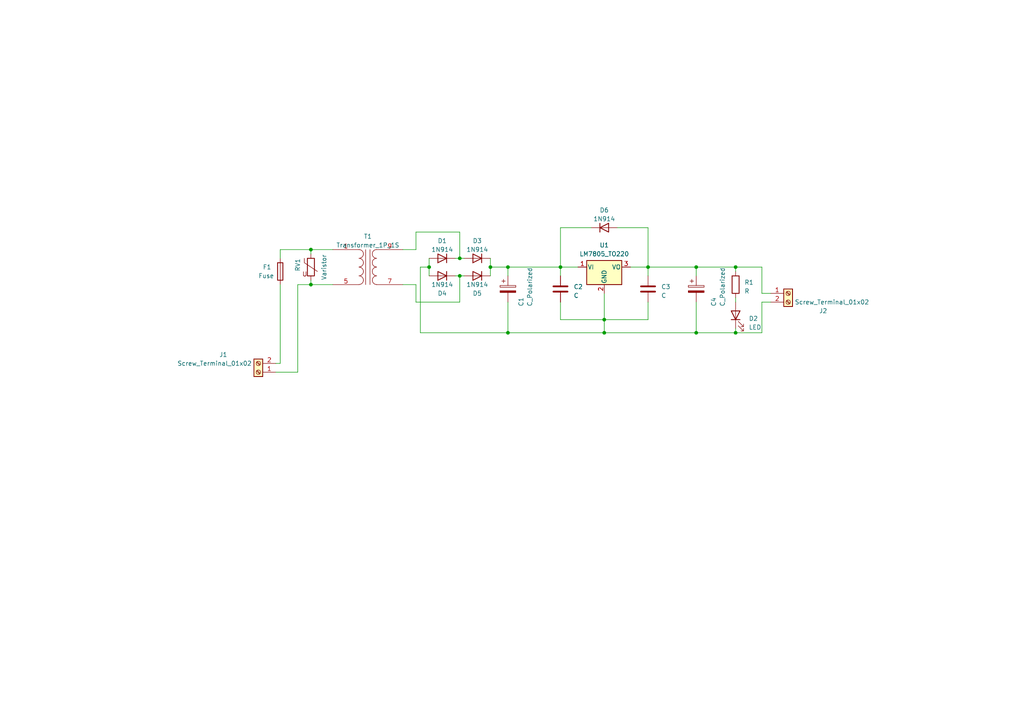
<source format=kicad_sch>
(kicad_sch (version 20230121) (generator eeschema)

  (uuid 599f1898-5e04-4682-b707-28c3185eab28)

  (paper "A4")

  (lib_symbols
    (symbol "Connector:Screw_Terminal_01x02" (pin_names (offset 1.016) hide) (in_bom yes) (on_board yes)
      (property "Reference" "J" (at 0 2.54 0)
        (effects (font (size 1.27 1.27)))
      )
      (property "Value" "Screw_Terminal_01x02" (at 0 -5.08 0)
        (effects (font (size 1.27 1.27)))
      )
      (property "Footprint" "" (at 0 0 0)
        (effects (font (size 1.27 1.27)) hide)
      )
      (property "Datasheet" "~" (at 0 0 0)
        (effects (font (size 1.27 1.27)) hide)
      )
      (property "ki_keywords" "screw terminal" (at 0 0 0)
        (effects (font (size 1.27 1.27)) hide)
      )
      (property "ki_description" "Generic screw terminal, single row, 01x02, script generated (kicad-library-utils/schlib/autogen/connector/)" (at 0 0 0)
        (effects (font (size 1.27 1.27)) hide)
      )
      (property "ki_fp_filters" "TerminalBlock*:*" (at 0 0 0)
        (effects (font (size 1.27 1.27)) hide)
      )
      (symbol "Screw_Terminal_01x02_1_1"
        (rectangle (start -1.27 1.27) (end 1.27 -3.81)
          (stroke (width 0.254) (type default))
          (fill (type background))
        )
        (circle (center 0 -2.54) (radius 0.635)
          (stroke (width 0.1524) (type default))
          (fill (type none))
        )
        (polyline
          (pts
            (xy -0.5334 -2.2098)
            (xy 0.3302 -3.048)
          )
          (stroke (width 0.1524) (type default))
          (fill (type none))
        )
        (polyline
          (pts
            (xy -0.5334 0.3302)
            (xy 0.3302 -0.508)
          )
          (stroke (width 0.1524) (type default))
          (fill (type none))
        )
        (polyline
          (pts
            (xy -0.3556 -2.032)
            (xy 0.508 -2.8702)
          )
          (stroke (width 0.1524) (type default))
          (fill (type none))
        )
        (polyline
          (pts
            (xy -0.3556 0.508)
            (xy 0.508 -0.3302)
          )
          (stroke (width 0.1524) (type default))
          (fill (type none))
        )
        (circle (center 0 0) (radius 0.635)
          (stroke (width 0.1524) (type default))
          (fill (type none))
        )
        (pin passive line (at -5.08 0 0) (length 3.81)
          (name "Pin_1" (effects (font (size 1.27 1.27))))
          (number "1" (effects (font (size 1.27 1.27))))
        )
        (pin passive line (at -5.08 -2.54 0) (length 3.81)
          (name "Pin_2" (effects (font (size 1.27 1.27))))
          (number "2" (effects (font (size 1.27 1.27))))
        )
      )
    )
    (symbol "Device:C" (pin_numbers hide) (pin_names (offset 0.254)) (in_bom yes) (on_board yes)
      (property "Reference" "C" (at 0.635 2.54 0)
        (effects (font (size 1.27 1.27)) (justify left))
      )
      (property "Value" "C" (at 0.635 -2.54 0)
        (effects (font (size 1.27 1.27)) (justify left))
      )
      (property "Footprint" "" (at 0.9652 -3.81 0)
        (effects (font (size 1.27 1.27)) hide)
      )
      (property "Datasheet" "~" (at 0 0 0)
        (effects (font (size 1.27 1.27)) hide)
      )
      (property "ki_keywords" "cap capacitor" (at 0 0 0)
        (effects (font (size 1.27 1.27)) hide)
      )
      (property "ki_description" "Unpolarized capacitor" (at 0 0 0)
        (effects (font (size 1.27 1.27)) hide)
      )
      (property "ki_fp_filters" "C_*" (at 0 0 0)
        (effects (font (size 1.27 1.27)) hide)
      )
      (symbol "C_0_1"
        (polyline
          (pts
            (xy -2.032 -0.762)
            (xy 2.032 -0.762)
          )
          (stroke (width 0.508) (type default))
          (fill (type none))
        )
        (polyline
          (pts
            (xy -2.032 0.762)
            (xy 2.032 0.762)
          )
          (stroke (width 0.508) (type default))
          (fill (type none))
        )
      )
      (symbol "C_1_1"
        (pin passive line (at 0 3.81 270) (length 2.794)
          (name "~" (effects (font (size 1.27 1.27))))
          (number "1" (effects (font (size 1.27 1.27))))
        )
        (pin passive line (at 0 -3.81 90) (length 2.794)
          (name "~" (effects (font (size 1.27 1.27))))
          (number "2" (effects (font (size 1.27 1.27))))
        )
      )
    )
    (symbol "Device:C_Polarized" (pin_numbers hide) (pin_names (offset 0.254)) (in_bom yes) (on_board yes)
      (property "Reference" "C" (at 0.635 2.54 0)
        (effects (font (size 1.27 1.27)) (justify left))
      )
      (property "Value" "C_Polarized" (at 0.635 -2.54 0)
        (effects (font (size 1.27 1.27)) (justify left))
      )
      (property "Footprint" "" (at 0.9652 -3.81 0)
        (effects (font (size 1.27 1.27)) hide)
      )
      (property "Datasheet" "~" (at 0 0 0)
        (effects (font (size 1.27 1.27)) hide)
      )
      (property "ki_keywords" "cap capacitor" (at 0 0 0)
        (effects (font (size 1.27 1.27)) hide)
      )
      (property "ki_description" "Polarized capacitor" (at 0 0 0)
        (effects (font (size 1.27 1.27)) hide)
      )
      (property "ki_fp_filters" "CP_*" (at 0 0 0)
        (effects (font (size 1.27 1.27)) hide)
      )
      (symbol "C_Polarized_0_1"
        (rectangle (start -2.286 0.508) (end 2.286 1.016)
          (stroke (width 0) (type default))
          (fill (type none))
        )
        (polyline
          (pts
            (xy -1.778 2.286)
            (xy -0.762 2.286)
          )
          (stroke (width 0) (type default))
          (fill (type none))
        )
        (polyline
          (pts
            (xy -1.27 2.794)
            (xy -1.27 1.778)
          )
          (stroke (width 0) (type default))
          (fill (type none))
        )
        (rectangle (start 2.286 -0.508) (end -2.286 -1.016)
          (stroke (width 0) (type default))
          (fill (type outline))
        )
      )
      (symbol "C_Polarized_1_1"
        (pin passive line (at 0 3.81 270) (length 2.794)
          (name "~" (effects (font (size 1.27 1.27))))
          (number "1" (effects (font (size 1.27 1.27))))
        )
        (pin passive line (at 0 -3.81 90) (length 2.794)
          (name "~" (effects (font (size 1.27 1.27))))
          (number "2" (effects (font (size 1.27 1.27))))
        )
      )
    )
    (symbol "Device:Fuse" (pin_numbers hide) (pin_names (offset 0)) (in_bom yes) (on_board yes)
      (property "Reference" "F" (at 2.032 0 90)
        (effects (font (size 1.27 1.27)))
      )
      (property "Value" "Fuse" (at -1.905 0 90)
        (effects (font (size 1.27 1.27)))
      )
      (property "Footprint" "" (at -1.778 0 90)
        (effects (font (size 1.27 1.27)) hide)
      )
      (property "Datasheet" "~" (at 0 0 0)
        (effects (font (size 1.27 1.27)) hide)
      )
      (property "ki_keywords" "fuse" (at 0 0 0)
        (effects (font (size 1.27 1.27)) hide)
      )
      (property "ki_description" "Fuse" (at 0 0 0)
        (effects (font (size 1.27 1.27)) hide)
      )
      (property "ki_fp_filters" "*Fuse*" (at 0 0 0)
        (effects (font (size 1.27 1.27)) hide)
      )
      (symbol "Fuse_0_1"
        (rectangle (start -0.762 -2.54) (end 0.762 2.54)
          (stroke (width 0.254) (type default))
          (fill (type none))
        )
        (polyline
          (pts
            (xy 0 2.54)
            (xy 0 -2.54)
          )
          (stroke (width 0) (type default))
          (fill (type none))
        )
      )
      (symbol "Fuse_1_1"
        (pin passive line (at 0 3.81 270) (length 1.27)
          (name "~" (effects (font (size 1.27 1.27))))
          (number "1" (effects (font (size 1.27 1.27))))
        )
        (pin passive line (at 0 -3.81 90) (length 1.27)
          (name "~" (effects (font (size 1.27 1.27))))
          (number "2" (effects (font (size 1.27 1.27))))
        )
      )
    )
    (symbol "Device:LED" (pin_numbers hide) (pin_names (offset 1.016) hide) (in_bom yes) (on_board yes)
      (property "Reference" "D" (at 0 2.54 0)
        (effects (font (size 1.27 1.27)))
      )
      (property "Value" "LED" (at 0 -2.54 0)
        (effects (font (size 1.27 1.27)))
      )
      (property "Footprint" "" (at 0 0 0)
        (effects (font (size 1.27 1.27)) hide)
      )
      (property "Datasheet" "~" (at 0 0 0)
        (effects (font (size 1.27 1.27)) hide)
      )
      (property "ki_keywords" "LED diode" (at 0 0 0)
        (effects (font (size 1.27 1.27)) hide)
      )
      (property "ki_description" "Light emitting diode" (at 0 0 0)
        (effects (font (size 1.27 1.27)) hide)
      )
      (property "ki_fp_filters" "LED* LED_SMD:* LED_THT:*" (at 0 0 0)
        (effects (font (size 1.27 1.27)) hide)
      )
      (symbol "LED_0_1"
        (polyline
          (pts
            (xy -1.27 -1.27)
            (xy -1.27 1.27)
          )
          (stroke (width 0.254) (type default))
          (fill (type none))
        )
        (polyline
          (pts
            (xy -1.27 0)
            (xy 1.27 0)
          )
          (stroke (width 0) (type default))
          (fill (type none))
        )
        (polyline
          (pts
            (xy 1.27 -1.27)
            (xy 1.27 1.27)
            (xy -1.27 0)
            (xy 1.27 -1.27)
          )
          (stroke (width 0.254) (type default))
          (fill (type none))
        )
        (polyline
          (pts
            (xy -3.048 -0.762)
            (xy -4.572 -2.286)
            (xy -3.81 -2.286)
            (xy -4.572 -2.286)
            (xy -4.572 -1.524)
          )
          (stroke (width 0) (type default))
          (fill (type none))
        )
        (polyline
          (pts
            (xy -1.778 -0.762)
            (xy -3.302 -2.286)
            (xy -2.54 -2.286)
            (xy -3.302 -2.286)
            (xy -3.302 -1.524)
          )
          (stroke (width 0) (type default))
          (fill (type none))
        )
      )
      (symbol "LED_1_1"
        (pin passive line (at -3.81 0 0) (length 2.54)
          (name "K" (effects (font (size 1.27 1.27))))
          (number "1" (effects (font (size 1.27 1.27))))
        )
        (pin passive line (at 3.81 0 180) (length 2.54)
          (name "A" (effects (font (size 1.27 1.27))))
          (number "2" (effects (font (size 1.27 1.27))))
        )
      )
    )
    (symbol "Device:R" (pin_numbers hide) (pin_names (offset 0)) (in_bom yes) (on_board yes)
      (property "Reference" "R" (at 2.032 0 90)
        (effects (font (size 1.27 1.27)))
      )
      (property "Value" "R" (at 0 0 90)
        (effects (font (size 1.27 1.27)))
      )
      (property "Footprint" "" (at -1.778 0 90)
        (effects (font (size 1.27 1.27)) hide)
      )
      (property "Datasheet" "~" (at 0 0 0)
        (effects (font (size 1.27 1.27)) hide)
      )
      (property "ki_keywords" "R res resistor" (at 0 0 0)
        (effects (font (size 1.27 1.27)) hide)
      )
      (property "ki_description" "Resistor" (at 0 0 0)
        (effects (font (size 1.27 1.27)) hide)
      )
      (property "ki_fp_filters" "R_*" (at 0 0 0)
        (effects (font (size 1.27 1.27)) hide)
      )
      (symbol "R_0_1"
        (rectangle (start -1.016 -2.54) (end 1.016 2.54)
          (stroke (width 0.254) (type default))
          (fill (type none))
        )
      )
      (symbol "R_1_1"
        (pin passive line (at 0 3.81 270) (length 1.27)
          (name "~" (effects (font (size 1.27 1.27))))
          (number "1" (effects (font (size 1.27 1.27))))
        )
        (pin passive line (at 0 -3.81 90) (length 1.27)
          (name "~" (effects (font (size 1.27 1.27))))
          (number "2" (effects (font (size 1.27 1.27))))
        )
      )
    )
    (symbol "Device:Transformer_1P_1S" (pin_names (offset 1.016) hide) (in_bom yes) (on_board yes)
      (property "Reference" "T1" (at 0.0127 8.89 0)
        (effects (font (size 1.27 1.27)))
      )
      (property "Value" "Transformer_1P_1S" (at 0.0127 6.35 0)
        (effects (font (size 1.27 1.27)))
      )
      (property "Footprint" "Transformer_THT:Transformer_Breve_TEZ-28x33" (at 0 0 0)
        (effects (font (size 1.27 1.27)) hide)
      )
      (property "Datasheet" "~" (at 0 0 0)
        (effects (font (size 1.27 1.27)) hide)
      )
      (property "ki_keywords" "transformer coil magnet" (at 0 0 0)
        (effects (font (size 1.27 1.27)) hide)
      )
      (property "ki_description" "Transformer, single primary, single secondary" (at 0 0 0)
        (effects (font (size 1.27 1.27)) hide)
      )
      (symbol "Transformer_1P_1S_0_1"
        (arc (start -2.54 -5.0546) (mid -1.6599 -4.6901) (end -1.27 -3.81)
          (stroke (width 0) (type default))
          (fill (type none))
        )
        (arc (start -2.54 -2.5146) (mid -1.6599 -2.1501) (end -1.27 -1.27)
          (stroke (width 0) (type default))
          (fill (type none))
        )
        (arc (start -2.54 0.0254) (mid -1.6599 0.3899) (end -1.27 1.27)
          (stroke (width 0) (type default))
          (fill (type none))
        )
        (arc (start -2.54 2.5654) (mid -1.6599 2.9299) (end -1.27 3.81)
          (stroke (width 0) (type default))
          (fill (type none))
        )
        (arc (start -1.27 -3.81) (mid -1.642 -2.912) (end -2.54 -2.54)
          (stroke (width 0) (type default))
          (fill (type none))
        )
        (arc (start -1.27 -1.27) (mid -1.642 -0.372) (end -2.54 0)
          (stroke (width 0) (type default))
          (fill (type none))
        )
        (arc (start -1.27 1.27) (mid -1.642 2.168) (end -2.54 2.54)
          (stroke (width 0) (type default))
          (fill (type none))
        )
        (arc (start -1.27 3.81) (mid -1.642 4.708) (end -2.54 5.08)
          (stroke (width 0) (type default))
          (fill (type none))
        )
        (polyline
          (pts
            (xy -0.635 5.08)
            (xy -0.635 -5.08)
          )
          (stroke (width 0) (type default))
          (fill (type none))
        )
        (polyline
          (pts
            (xy 0.635 -5.08)
            (xy 0.635 5.08)
          )
          (stroke (width 0) (type default))
          (fill (type none))
        )
        (arc (start 1.2954 -1.27) (mid 1.6599 -2.1501) (end 2.54 -2.5146)
          (stroke (width 0) (type default))
          (fill (type none))
        )
        (arc (start 1.2954 1.27) (mid 1.6599 0.3899) (end 2.54 0.0254)
          (stroke (width 0) (type default))
          (fill (type none))
        )
        (arc (start 1.2954 3.81) (mid 1.6599 2.9299) (end 2.54 2.5654)
          (stroke (width 0) (type default))
          (fill (type none))
        )
        (arc (start 1.3208 -3.81) (mid 1.6853 -4.6901) (end 2.5654 -5.0546)
          (stroke (width 0) (type default))
          (fill (type none))
        )
        (arc (start 2.54 0) (mid 1.642 -0.372) (end 1.2954 -1.27)
          (stroke (width 0) (type default))
          (fill (type none))
        )
        (arc (start 2.54 2.54) (mid 1.642 2.168) (end 1.2954 1.27)
          (stroke (width 0) (type default))
          (fill (type none))
        )
        (arc (start 2.54 5.08) (mid 1.642 4.708) (end 1.2954 3.81)
          (stroke (width 0) (type default))
          (fill (type none))
        )
        (arc (start 2.5654 -2.54) (mid 1.6674 -2.912) (end 1.3208 -3.81)
          (stroke (width 0) (type default))
          (fill (type none))
        )
      )
      (symbol "Transformer_1P_1S_1_1"
        (pin passive line (at -10.16 5.08 0) (length 7.62)
          (name "AA" (effects (font (size 1.27 1.27))))
          (number "1" (effects (font (size 1.27 1.27))))
        )
        (pin passive line (at -10.16 -5.08 0) (length 7.62)
          (name "AB" (effects (font (size 1.27 1.27))))
          (number "5" (effects (font (size 1.27 1.27))))
        )
        (pin passive line (at 10.16 -5.08 180) (length 7.62)
          (name "SA" (effects (font (size 1.27 1.27))))
          (number "7" (effects (font (size 1.27 1.27))))
        )
        (pin passive line (at 10.16 5.08 180) (length 7.62)
          (name "SB" (effects (font (size 1.27 1.27))))
          (number "9" (effects (font (size 1.27 1.27))))
        )
      )
    )
    (symbol "Device:Varistor" (pin_numbers hide) (pin_names (offset 0)) (in_bom yes) (on_board yes)
      (property "Reference" "RV" (at 3.175 0 90)
        (effects (font (size 1.27 1.27)))
      )
      (property "Value" "Varistor" (at -3.175 0 90)
        (effects (font (size 1.27 1.27)))
      )
      (property "Footprint" "" (at -1.778 0 90)
        (effects (font (size 1.27 1.27)) hide)
      )
      (property "Datasheet" "~" (at 0 0 0)
        (effects (font (size 1.27 1.27)) hide)
      )
      (property "Sim.Name" "kicad_builtin_varistor" (at 0 0 0)
        (effects (font (size 1.27 1.27)) hide)
      )
      (property "Sim.Device" "SUBCKT" (at 0 0 0)
        (effects (font (size 1.27 1.27)) hide)
      )
      (property "Sim.Pins" "1=A 2=B" (at 0 0 0)
        (effects (font (size 1.27 1.27)) hide)
      )
      (property "Sim.Params" "threshold=1k" (at 0 0 0)
        (effects (font (size 1.27 1.27)) hide)
      )
      (property "Sim.Library" "${KICAD7_SYMBOL_DIR}/Simulation_SPICE.sp" (at 0 0 0)
        (effects (font (size 1.27 1.27)) hide)
      )
      (property "ki_keywords" "VDR resistance" (at 0 0 0)
        (effects (font (size 1.27 1.27)) hide)
      )
      (property "ki_description" "Voltage dependent resistor" (at 0 0 0)
        (effects (font (size 1.27 1.27)) hide)
      )
      (property "ki_fp_filters" "RV_* Varistor*" (at 0 0 0)
        (effects (font (size 1.27 1.27)) hide)
      )
      (symbol "Varistor_0_0"
        (text "U" (at -1.778 -2.032 0)
          (effects (font (size 1.27 1.27)))
        )
      )
      (symbol "Varistor_0_1"
        (rectangle (start -1.016 -2.54) (end 1.016 2.54)
          (stroke (width 0.254) (type default))
          (fill (type none))
        )
        (polyline
          (pts
            (xy -1.905 2.54)
            (xy -1.905 1.27)
            (xy 1.905 -1.27)
          )
          (stroke (width 0) (type default))
          (fill (type none))
        )
      )
      (symbol "Varistor_1_1"
        (pin passive line (at 0 3.81 270) (length 1.27)
          (name "~" (effects (font (size 1.27 1.27))))
          (number "1" (effects (font (size 1.27 1.27))))
        )
        (pin passive line (at 0 -3.81 90) (length 1.27)
          (name "~" (effects (font (size 1.27 1.27))))
          (number "2" (effects (font (size 1.27 1.27))))
        )
      )
    )
    (symbol "Diode:1N914" (pin_numbers hide) (pin_names hide) (in_bom yes) (on_board yes)
      (property "Reference" "D" (at 0 2.54 0)
        (effects (font (size 1.27 1.27)))
      )
      (property "Value" "1N914" (at 0 -2.54 0)
        (effects (font (size 1.27 1.27)))
      )
      (property "Footprint" "Diode_THT:D_DO-35_SOD27_P7.62mm_Horizontal" (at 0 -4.445 0)
        (effects (font (size 1.27 1.27)) hide)
      )
      (property "Datasheet" "http://www.vishay.com/docs/85622/1n914.pdf" (at 0 0 0)
        (effects (font (size 1.27 1.27)) hide)
      )
      (property "Sim.Device" "D" (at 0 0 0)
        (effects (font (size 1.27 1.27)) hide)
      )
      (property "Sim.Pins" "1=K 2=A" (at 0 0 0)
        (effects (font (size 1.27 1.27)) hide)
      )
      (property "ki_keywords" "diode" (at 0 0 0)
        (effects (font (size 1.27 1.27)) hide)
      )
      (property "ki_description" "100V 0.3A Small Signal Fast Switching Diode, DO-35" (at 0 0 0)
        (effects (font (size 1.27 1.27)) hide)
      )
      (property "ki_fp_filters" "D*DO?35*" (at 0 0 0)
        (effects (font (size 1.27 1.27)) hide)
      )
      (symbol "1N914_0_1"
        (polyline
          (pts
            (xy -1.27 1.27)
            (xy -1.27 -1.27)
          )
          (stroke (width 0.254) (type default))
          (fill (type none))
        )
        (polyline
          (pts
            (xy 1.27 0)
            (xy -1.27 0)
          )
          (stroke (width 0) (type default))
          (fill (type none))
        )
        (polyline
          (pts
            (xy 1.27 1.27)
            (xy 1.27 -1.27)
            (xy -1.27 0)
            (xy 1.27 1.27)
          )
          (stroke (width 0.254) (type default))
          (fill (type none))
        )
      )
      (symbol "1N914_1_1"
        (pin passive line (at -3.81 0 0) (length 2.54)
          (name "K" (effects (font (size 1.27 1.27))))
          (number "1" (effects (font (size 1.27 1.27))))
        )
        (pin passive line (at 3.81 0 180) (length 2.54)
          (name "A" (effects (font (size 1.27 1.27))))
          (number "2" (effects (font (size 1.27 1.27))))
        )
      )
    )
    (symbol "Regulator_Linear:LM7805_TO220" (pin_names (offset 0.254)) (in_bom yes) (on_board yes)
      (property "Reference" "U" (at -3.81 3.175 0)
        (effects (font (size 1.27 1.27)))
      )
      (property "Value" "LM7805_TO220" (at 0 3.175 0)
        (effects (font (size 1.27 1.27)) (justify left))
      )
      (property "Footprint" "Package_TO_SOT_THT:TO-220-3_Vertical" (at 0 5.715 0)
        (effects (font (size 1.27 1.27) italic) hide)
      )
      (property "Datasheet" "https://www.onsemi.cn/PowerSolutions/document/MC7800-D.PDF" (at 0 -1.27 0)
        (effects (font (size 1.27 1.27)) hide)
      )
      (property "ki_keywords" "Voltage Regulator 1A Positive" (at 0 0 0)
        (effects (font (size 1.27 1.27)) hide)
      )
      (property "ki_description" "Positive 1A 35V Linear Regulator, Fixed Output 5V, TO-220" (at 0 0 0)
        (effects (font (size 1.27 1.27)) hide)
      )
      (property "ki_fp_filters" "TO?220*" (at 0 0 0)
        (effects (font (size 1.27 1.27)) hide)
      )
      (symbol "LM7805_TO220_0_1"
        (rectangle (start -5.08 1.905) (end 5.08 -5.08)
          (stroke (width 0.254) (type default))
          (fill (type background))
        )
      )
      (symbol "LM7805_TO220_1_1"
        (pin power_in line (at -7.62 0 0) (length 2.54)
          (name "VI" (effects (font (size 1.27 1.27))))
          (number "1" (effects (font (size 1.27 1.27))))
        )
        (pin power_in line (at 0 -7.62 90) (length 2.54)
          (name "GND" (effects (font (size 1.27 1.27))))
          (number "2" (effects (font (size 1.27 1.27))))
        )
        (pin power_out line (at 7.62 0 180) (length 2.54)
          (name "VO" (effects (font (size 1.27 1.27))))
          (number "3" (effects (font (size 1.27 1.27))))
        )
      )
    )
  )

  (junction (at 162.56 77.47) (diameter 0) (color 0 0 0 0)
    (uuid 00664459-65b1-457b-978d-504cfd2d7691)
  )
  (junction (at 201.93 77.47) (diameter 0) (color 0 0 0 0)
    (uuid 09147b50-4a5c-4207-9751-0b163f617ff9)
  )
  (junction (at 201.93 96.52) (diameter 0) (color 0 0 0 0)
    (uuid 1460d9bc-22e1-4945-a778-f98185951188)
  )
  (junction (at 147.32 77.47) (diameter 0) (color 0 0 0 0)
    (uuid 31238060-db88-46d5-9a18-62bcbf4a0263)
  )
  (junction (at 147.32 96.52) (diameter 0) (color 0 0 0 0)
    (uuid 40b0a5a8-7008-46f1-8ddb-111c1dfdcee4)
  )
  (junction (at 213.36 77.47) (diameter 0) (color 0 0 0 0)
    (uuid 44c8541d-bf28-4b34-8063-c2c3230902dc)
  )
  (junction (at 90.17 72.39) (diameter 0) (color 0 0 0 0)
    (uuid 6ec5e375-4ac3-4710-8a4b-8810651e63c9)
  )
  (junction (at 187.96 77.47) (diameter 0) (color 0 0 0 0)
    (uuid 9c78cc13-95da-4889-a72e-c3d752315aec)
  )
  (junction (at 133.35 80.01) (diameter 0) (color 0 0 0 0)
    (uuid 9d6a3ac9-023b-4123-8586-10a7623eceeb)
  )
  (junction (at 124.46 77.47) (diameter 0) (color 0 0 0 0)
    (uuid b45de097-54ca-41c0-98b6-801e11dcd1d6)
  )
  (junction (at 142.24 77.47) (diameter 0) (color 0 0 0 0)
    (uuid c2bb27bd-2ec0-43ea-9667-42d093945c9f)
  )
  (junction (at 90.17 82.55) (diameter 0) (color 0 0 0 0)
    (uuid c3ffb8a8-7d02-457a-8f89-03a95ef89f14)
  )
  (junction (at 213.36 96.52) (diameter 0) (color 0 0 0 0)
    (uuid c4b6f8c6-082d-42fe-8881-15bce4868358)
  )
  (junction (at 175.26 92.71) (diameter 0) (color 0 0 0 0)
    (uuid db5a860d-75da-4944-878a-4caaf5ff5eb7)
  )
  (junction (at 133.35 74.93) (diameter 0) (color 0 0 0 0)
    (uuid e96a3ad1-b0b2-43d6-9155-e4c7e769c366)
  )
  (junction (at 175.26 96.52) (diameter 0) (color 0 0 0 0)
    (uuid ef9613ac-6848-4aee-852b-0982f8bcb2c9)
  )

  (wire (pts (xy 80.01 107.95) (xy 86.36 107.95))
    (stroke (width 0) (type default))
    (uuid 03c20444-f0f9-4b5f-a11d-210d8ea7b4b1)
  )
  (wire (pts (xy 133.35 87.63) (xy 133.35 80.01))
    (stroke (width 0) (type default))
    (uuid 09afa8fc-6154-4144-906f-3127fa882918)
  )
  (wire (pts (xy 121.92 96.52) (xy 121.92 77.47))
    (stroke (width 0) (type default))
    (uuid 0f4cd3e3-bf46-446a-92bc-5e6eea8cfcaa)
  )
  (wire (pts (xy 162.56 87.63) (xy 162.56 92.71))
    (stroke (width 0) (type default))
    (uuid 0fc0f758-e343-43bf-865a-a310bbf72021)
  )
  (wire (pts (xy 124.46 74.93) (xy 124.46 77.47))
    (stroke (width 0) (type default))
    (uuid 10727d7d-e0c0-4614-a2bd-76a148a1aba7)
  )
  (wire (pts (xy 86.36 82.55) (xy 90.17 82.55))
    (stroke (width 0) (type default))
    (uuid 124185aa-d694-440d-96d2-f3257e7f31e8)
  )
  (wire (pts (xy 162.56 92.71) (xy 175.26 92.71))
    (stroke (width 0) (type default))
    (uuid 146a7aac-9ef0-418b-8031-6e628c0bd0ce)
  )
  (wire (pts (xy 120.65 72.39) (xy 120.65 67.31))
    (stroke (width 0) (type default))
    (uuid 14a53234-06c4-4807-8251-983d2596862c)
  )
  (wire (pts (xy 142.24 74.93) (xy 142.24 77.47))
    (stroke (width 0) (type default))
    (uuid 1f200f1d-b3aa-4eaa-812e-4da646c68693)
  )
  (wire (pts (xy 175.26 96.52) (xy 201.93 96.52))
    (stroke (width 0) (type default))
    (uuid 297b0892-85db-4b0d-af5f-131863542f39)
  )
  (wire (pts (xy 80.01 105.41) (xy 81.28 105.41))
    (stroke (width 0) (type default))
    (uuid 2a21c851-dab8-44ce-8301-4f456354589d)
  )
  (wire (pts (xy 116.84 72.39) (xy 120.65 72.39))
    (stroke (width 0) (type default))
    (uuid 2d9ed03c-725a-4714-ab9e-6eac5afdcbf2)
  )
  (wire (pts (xy 90.17 82.55) (xy 96.52 82.55))
    (stroke (width 0) (type default))
    (uuid 303a94e3-4a63-4574-b082-9923232c8fe3)
  )
  (wire (pts (xy 142.24 77.47) (xy 142.24 80.01))
    (stroke (width 0) (type default))
    (uuid 32a571aa-835b-4344-babb-d16b24d3316b)
  )
  (wire (pts (xy 187.96 77.47) (xy 187.96 66.04))
    (stroke (width 0) (type default))
    (uuid 35b1a738-cfd0-4772-b6f1-9ba6a6bc7aeb)
  )
  (wire (pts (xy 220.98 96.52) (xy 220.98 87.63))
    (stroke (width 0) (type default))
    (uuid 45230dfa-94b5-4144-979c-6a0b9bde6b11)
  )
  (wire (pts (xy 162.56 77.47) (xy 167.64 77.47))
    (stroke (width 0) (type default))
    (uuid 49070f40-6a57-4fb2-b5cf-e8f4ff20bfaf)
  )
  (wire (pts (xy 220.98 85.09) (xy 223.52 85.09))
    (stroke (width 0) (type default))
    (uuid 4f529ba2-7aec-4243-8973-9b2e51da636a)
  )
  (wire (pts (xy 187.96 92.71) (xy 175.26 92.71))
    (stroke (width 0) (type default))
    (uuid 5080550e-82f3-4b14-8fbe-267c2a4105f8)
  )
  (wire (pts (xy 201.93 77.47) (xy 201.93 80.01))
    (stroke (width 0) (type default))
    (uuid 520fa0b0-406a-4055-aa26-e4a084fa7ec0)
  )
  (wire (pts (xy 147.32 96.52) (xy 175.26 96.52))
    (stroke (width 0) (type default))
    (uuid 539c15a9-5d08-48c3-ad79-3c4289c1b459)
  )
  (wire (pts (xy 121.92 96.52) (xy 147.32 96.52))
    (stroke (width 0) (type default))
    (uuid 5835cff1-2bfb-407a-9384-d17fa06ade94)
  )
  (wire (pts (xy 175.26 92.71) (xy 175.26 96.52))
    (stroke (width 0) (type default))
    (uuid 5aff1ed6-0e2d-43e3-b0d6-43543a35cf3e)
  )
  (wire (pts (xy 133.35 74.93) (xy 132.08 74.93))
    (stroke (width 0) (type default))
    (uuid 5c2df5ab-1dc6-4c31-9228-fd3976b92407)
  )
  (wire (pts (xy 162.56 77.47) (xy 162.56 66.04))
    (stroke (width 0) (type default))
    (uuid 5c4c5073-6fca-4e18-b698-e53dfbf42ad8)
  )
  (wire (pts (xy 133.35 80.01) (xy 132.08 80.01))
    (stroke (width 0) (type default))
    (uuid 5f2808d9-d352-4f62-8e80-1c1def7ee94e)
  )
  (wire (pts (xy 120.65 82.55) (xy 120.65 87.63))
    (stroke (width 0) (type default))
    (uuid 61af0660-1dbe-4703-8afa-eb421317da5c)
  )
  (wire (pts (xy 90.17 72.39) (xy 90.17 73.66))
    (stroke (width 0) (type default))
    (uuid 65cb32cf-18e2-4e8e-ab24-163562a26e8c)
  )
  (wire (pts (xy 90.17 72.39) (xy 96.52 72.39))
    (stroke (width 0) (type default))
    (uuid 6786b548-99c7-409d-8ca4-35ec2e5bd998)
  )
  (wire (pts (xy 142.24 77.47) (xy 147.32 77.47))
    (stroke (width 0) (type default))
    (uuid 6c864bca-0277-404b-9266-513b29416c98)
  )
  (wire (pts (xy 213.36 77.47) (xy 213.36 78.74))
    (stroke (width 0) (type default))
    (uuid 72f0b365-5b7a-44dc-8b3c-4ea87a693a43)
  )
  (wire (pts (xy 133.35 80.01) (xy 134.62 80.01))
    (stroke (width 0) (type default))
    (uuid 7df52c12-575d-4540-9dce-bae701ffb4e7)
  )
  (wire (pts (xy 175.26 85.09) (xy 175.26 92.71))
    (stroke (width 0) (type default))
    (uuid 86731818-e92d-4ff4-abf2-d2768d15fe75)
  )
  (wire (pts (xy 133.35 74.93) (xy 134.62 74.93))
    (stroke (width 0) (type default))
    (uuid 893a47f1-ee2c-42f8-b45c-70cdb8f4c406)
  )
  (wire (pts (xy 162.56 66.04) (xy 171.45 66.04))
    (stroke (width 0) (type default))
    (uuid 8bf39590-f24f-41b2-a794-57a879297bda)
  )
  (wire (pts (xy 213.36 77.47) (xy 220.98 77.47))
    (stroke (width 0) (type default))
    (uuid 92999931-7c00-4e35-ac4a-e60b1e62b5cd)
  )
  (wire (pts (xy 81.28 72.39) (xy 90.17 72.39))
    (stroke (width 0) (type default))
    (uuid 96200633-663e-4334-9cf2-2b083a772e4c)
  )
  (wire (pts (xy 220.98 87.63) (xy 223.52 87.63))
    (stroke (width 0) (type default))
    (uuid 97af1f6a-b5c2-4e77-93bb-7bab88e27cfb)
  )
  (wire (pts (xy 182.88 77.47) (xy 187.96 77.47))
    (stroke (width 0) (type default))
    (uuid 97d5e701-3566-48e0-ab3f-170ad6209565)
  )
  (wire (pts (xy 187.96 87.63) (xy 187.96 92.71))
    (stroke (width 0) (type default))
    (uuid 9ee7d48c-e820-4c62-be13-a946646e900a)
  )
  (wire (pts (xy 213.36 96.52) (xy 220.98 96.52))
    (stroke (width 0) (type default))
    (uuid a8845a17-a3ad-4904-a215-df1c350f681e)
  )
  (wire (pts (xy 179.07 66.04) (xy 187.96 66.04))
    (stroke (width 0) (type default))
    (uuid b03742e5-10df-420f-8c10-2453c05fd9c3)
  )
  (wire (pts (xy 201.93 87.63) (xy 201.93 96.52))
    (stroke (width 0) (type default))
    (uuid bc49bfa5-c036-4e9c-82c4-665c1b3ba996)
  )
  (wire (pts (xy 81.28 74.93) (xy 81.28 72.39))
    (stroke (width 0) (type default))
    (uuid bddf8f42-f3dd-426e-be2f-64c762408127)
  )
  (wire (pts (xy 120.65 87.63) (xy 133.35 87.63))
    (stroke (width 0) (type default))
    (uuid be9016a4-40fa-40bd-86da-7b575b55f633)
  )
  (wire (pts (xy 187.96 77.47) (xy 201.93 77.47))
    (stroke (width 0) (type default))
    (uuid c7f2bd10-eee6-4340-bde9-53a30468462f)
  )
  (wire (pts (xy 133.35 67.31) (xy 133.35 74.93))
    (stroke (width 0) (type default))
    (uuid c9bd2f45-8853-4bbd-be68-013dbbaaf181)
  )
  (wire (pts (xy 213.36 87.63) (xy 213.36 86.36))
    (stroke (width 0) (type default))
    (uuid cb83c885-3691-4854-b94a-a464c78ddcab)
  )
  (wire (pts (xy 147.32 77.47) (xy 147.32 80.01))
    (stroke (width 0) (type default))
    (uuid cd9c004d-6452-4820-b154-72841432cf09)
  )
  (wire (pts (xy 162.56 77.47) (xy 162.56 80.01))
    (stroke (width 0) (type default))
    (uuid d10d2a4a-4ce8-49c6-b97f-f63d8a964bcf)
  )
  (wire (pts (xy 121.92 77.47) (xy 124.46 77.47))
    (stroke (width 0) (type default))
    (uuid d8cbb8b1-ad18-4b10-a19a-768604e303a4)
  )
  (wire (pts (xy 120.65 67.31) (xy 133.35 67.31))
    (stroke (width 0) (type default))
    (uuid d9d3acae-6ea3-47a0-8fd3-c93788c230e5)
  )
  (wire (pts (xy 124.46 77.47) (xy 124.46 80.01))
    (stroke (width 0) (type default))
    (uuid de1ebfac-73f2-4de5-98db-522a8283482d)
  )
  (wire (pts (xy 86.36 82.55) (xy 86.36 107.95))
    (stroke (width 0) (type default))
    (uuid e10fe9a5-3439-423c-98b3-97db278df17a)
  )
  (wire (pts (xy 201.93 96.52) (xy 213.36 96.52))
    (stroke (width 0) (type default))
    (uuid e4c7c489-75a7-4f09-b92c-7359e3490afc)
  )
  (wire (pts (xy 81.28 82.55) (xy 81.28 105.41))
    (stroke (width 0) (type default))
    (uuid e82ca2ed-acba-4cc9-a5c8-4c90668034f1)
  )
  (wire (pts (xy 201.93 77.47) (xy 213.36 77.47))
    (stroke (width 0) (type default))
    (uuid e97d68e3-fc3c-408f-857f-fafa2e770181)
  )
  (wire (pts (xy 147.32 87.63) (xy 147.32 96.52))
    (stroke (width 0) (type default))
    (uuid e9933762-1c3b-478d-bedb-10878c1fa683)
  )
  (wire (pts (xy 90.17 81.28) (xy 90.17 82.55))
    (stroke (width 0) (type default))
    (uuid e9d929bb-6413-4631-9a81-fa17512b3f3b)
  )
  (wire (pts (xy 116.84 82.55) (xy 120.65 82.55))
    (stroke (width 0) (type default))
    (uuid eac436c8-21ad-45b6-aa88-53ac1e9dd68d)
  )
  (wire (pts (xy 213.36 96.52) (xy 213.36 95.25))
    (stroke (width 0) (type default))
    (uuid eb2f6e63-b244-4829-bb90-92f5d143e487)
  )
  (wire (pts (xy 220.98 77.47) (xy 220.98 85.09))
    (stroke (width 0) (type default))
    (uuid fa19edc9-4f0a-4b5b-aaa2-789ade0b2777)
  )
  (wire (pts (xy 187.96 77.47) (xy 187.96 80.01))
    (stroke (width 0) (type default))
    (uuid fb8012e9-a5ea-40db-8c4d-451a1cd8463c)
  )
  (wire (pts (xy 147.32 77.47) (xy 162.56 77.47))
    (stroke (width 0) (type default))
    (uuid ff63ad3c-5cd0-4a2d-ab79-f5ded0dcf614)
  )

  (symbol (lib_id "Device:Fuse") (at 81.28 78.74 0) (unit 1)
    (in_bom yes) (on_board yes) (dnp no)
    (uuid 01012837-a3b6-4e22-9bb6-b5088b3156b9)
    (property "Reference" "F1" (at 76.2 77.47 0)
      (effects (font (size 1.27 1.27)) (justify left))
    )
    (property "Value" "Fuse" (at 74.93 80.01 0)
      (effects (font (size 1.27 1.27)) (justify left))
    )
    (property "Footprint" "Fuse:Fuse_0603_1608Metric" (at 79.502 78.74 90)
      (effects (font (size 1.27 1.27)) hide)
    )
    (property "Datasheet" "~" (at 81.28 78.74 0)
      (effects (font (size 1.27 1.27)) hide)
    )
    (pin "1" (uuid 15ffbca5-256d-4e3d-b303-d00fb545465f))
    (pin "2" (uuid 740c8149-fa57-4042-8bcf-ebf15c6f1471))
    (instances
      (project "test"
        (path "/599f1898-5e04-4682-b707-28c3185eab28"
          (reference "F1") (unit 1)
        )
      )
    )
  )

  (symbol (lib_id "Device:C_Polarized") (at 147.32 83.82 0) (unit 1)
    (in_bom yes) (on_board yes) (dnp no)
    (uuid 464b2042-4d59-4b1f-a102-8cf01df12bfa)
    (property "Reference" "C1" (at 151.13 88.9 90)
      (effects (font (size 1.27 1.27)) (justify left))
    )
    (property "Value" "C_Polarized" (at 153.67 88.9 90)
      (effects (font (size 1.27 1.27)) (justify left))
    )
    (property "Footprint" "Capacitor_THT:CP_Axial_L11.0mm_D8.0mm_P15.00mm_Horizontal" (at 148.2852 87.63 0)
      (effects (font (size 1.27 1.27)) hide)
    )
    (property "Datasheet" "~" (at 147.32 83.82 0)
      (effects (font (size 1.27 1.27)) hide)
    )
    (pin "1" (uuid 327daa3b-b003-404a-a99b-2bcf33b2d6ac))
    (pin "2" (uuid 69e7dd65-fa4a-493f-a13e-98b87dde2780))
    (instances
      (project "test"
        (path "/599f1898-5e04-4682-b707-28c3185eab28"
          (reference "C1") (unit 1)
        )
      )
    )
  )

  (symbol (lib_id "Connector:Screw_Terminal_01x02") (at 74.93 107.95 180) (unit 1)
    (in_bom yes) (on_board yes) (dnp no)
    (uuid 6aef9691-e6de-4110-891c-02d8996af89b)
    (property "Reference" "J1" (at 64.77 102.87 0)
      (effects (font (size 1.27 1.27)))
    )
    (property "Value" "Screw_Terminal_01x02" (at 62.23 105.41 0)
      (effects (font (size 1.27 1.27)))
    )
    (property "Footprint" "TerminalBlock:TerminalBlock_bornier-2_P5.08mm" (at 74.93 107.95 0)
      (effects (font (size 1.27 1.27)) hide)
    )
    (property "Datasheet" "~" (at 74.93 107.95 0)
      (effects (font (size 1.27 1.27)) hide)
    )
    (pin "1" (uuid 751c6771-ff0f-4bfa-8174-77f12a95beb9))
    (pin "2" (uuid d7b32dae-1924-48e3-8541-f7447ff8f452))
    (instances
      (project "test"
        (path "/599f1898-5e04-4682-b707-28c3185eab28"
          (reference "J1") (unit 1)
        )
      )
    )
  )

  (symbol (lib_id "Device:R") (at 213.36 82.55 0) (unit 1)
    (in_bom yes) (on_board yes) (dnp no) (fields_autoplaced)
    (uuid 71ac0747-5c2a-4e8d-af9b-a4ebeb1dbd53)
    (property "Reference" "R1" (at 215.9 81.915 0)
      (effects (font (size 1.27 1.27)) (justify left))
    )
    (property "Value" "R" (at 215.9 84.455 0)
      (effects (font (size 1.27 1.27)) (justify left))
    )
    (property "Footprint" "Resistor_THT:R_Axial_DIN0204_L3.6mm_D1.6mm_P1.90mm_Vertical" (at 211.582 82.55 90)
      (effects (font (size 1.27 1.27)) hide)
    )
    (property "Datasheet" "~" (at 213.36 82.55 0)
      (effects (font (size 1.27 1.27)) hide)
    )
    (pin "1" (uuid 00cd360f-172b-4a2c-8fd7-431d8a0634fc))
    (pin "2" (uuid af98365e-a149-46dc-87c8-e325dd5589cb))
    (instances
      (project "test"
        (path "/599f1898-5e04-4682-b707-28c3185eab28"
          (reference "R1") (unit 1)
        )
      )
    )
  )

  (symbol (lib_id "Device:C") (at 187.96 83.82 0) (unit 1)
    (in_bom yes) (on_board yes) (dnp no) (fields_autoplaced)
    (uuid 72997e45-115d-4dc9-94bd-672878c09ce2)
    (property "Reference" "C3" (at 191.77 83.185 0)
      (effects (font (size 1.27 1.27)) (justify left))
    )
    (property "Value" "C" (at 191.77 85.725 0)
      (effects (font (size 1.27 1.27)) (justify left))
    )
    (property "Footprint" "Capacitor_THT:C_Disc_D7.5mm_W2.5mm_P5.00mm" (at 188.9252 87.63 0)
      (effects (font (size 1.27 1.27)) hide)
    )
    (property "Datasheet" "~" (at 187.96 83.82 0)
      (effects (font (size 1.27 1.27)) hide)
    )
    (pin "1" (uuid 18f40ea3-34d8-4ab0-89ab-477e9db1a885))
    (pin "2" (uuid b1cf7490-7695-4191-acc2-ee6bcd682094))
    (instances
      (project "test"
        (path "/599f1898-5e04-4682-b707-28c3185eab28"
          (reference "C3") (unit 1)
        )
      )
    )
  )

  (symbol (lib_id "Device:Transformer_1P_1S") (at 106.68 77.47 0) (unit 1)
    (in_bom yes) (on_board yes) (dnp no) (fields_autoplaced)
    (uuid 79eafbd3-7a11-491f-8fc0-070c03778a75)
    (property "Reference" "T1" (at 106.6927 68.58 0)
      (effects (font (size 1.27 1.27)))
    )
    (property "Value" "Transformer_1P_1S" (at 106.6927 71.12 0)
      (effects (font (size 1.27 1.27)))
    )
    (property "Footprint" "Transformer_THT:Transformer_Breve_TEZ-28x33" (at 106.68 77.47 0)
      (effects (font (size 1.27 1.27)) hide)
    )
    (property "Datasheet" "~" (at 106.68 77.47 0)
      (effects (font (size 1.27 1.27)) hide)
    )
    (pin "1" (uuid 4b7f0d51-e363-44fb-a02a-f56e68aff8b7))
    (pin "5" (uuid effed503-cefe-4ca3-8436-da372f173a6f))
    (pin "7" (uuid dbcef3c9-5aa0-4256-bed1-af3c9c978857))
    (pin "9" (uuid 802e747a-7224-4248-aef5-21c5190348aa))
    (instances
      (project "test"
        (path "/599f1898-5e04-4682-b707-28c3185eab28"
          (reference "T1") (unit 1)
        )
      )
    )
  )

  (symbol (lib_id "Device:C") (at 162.56 83.82 0) (unit 1)
    (in_bom yes) (on_board yes) (dnp no) (fields_autoplaced)
    (uuid 90bec6af-a08e-4e2a-bd06-a280812312d5)
    (property "Reference" "C2" (at 166.37 83.185 0)
      (effects (font (size 1.27 1.27)) (justify left))
    )
    (property "Value" "C" (at 166.37 85.725 0)
      (effects (font (size 1.27 1.27)) (justify left))
    )
    (property "Footprint" "Capacitor_THT:C_Disc_D7.5mm_W5.0mm_P5.00mm" (at 163.5252 87.63 0)
      (effects (font (size 1.27 1.27)) hide)
    )
    (property "Datasheet" "~" (at 162.56 83.82 0)
      (effects (font (size 1.27 1.27)) hide)
    )
    (pin "1" (uuid dff7688c-cfd2-4559-98a9-1673e7e08cdb))
    (pin "2" (uuid 8476e1d6-ba7b-4043-8e2e-8d11caaf2958))
    (instances
      (project "test"
        (path "/599f1898-5e04-4682-b707-28c3185eab28"
          (reference "C2") (unit 1)
        )
      )
    )
  )

  (symbol (lib_id "Diode:1N914") (at 128.27 74.93 180) (unit 1)
    (in_bom yes) (on_board yes) (dnp no) (fields_autoplaced)
    (uuid ad31bbf4-e6d2-4777-86cc-decb576e6c95)
    (property "Reference" "D1" (at 128.27 69.85 0)
      (effects (font (size 1.27 1.27)))
    )
    (property "Value" "1N914" (at 128.27 72.39 0)
      (effects (font (size 1.27 1.27)))
    )
    (property "Footprint" "Diode_THT:D_DO-41_SOD81_P7.62mm_Horizontal" (at 128.27 70.485 0)
      (effects (font (size 1.27 1.27)) hide)
    )
    (property "Datasheet" "http://www.vishay.com/docs/85622/1n914.pdf" (at 128.27 74.93 0)
      (effects (font (size 1.27 1.27)) hide)
    )
    (property "Sim.Device" "D" (at 128.27 74.93 0)
      (effects (font (size 1.27 1.27)) hide)
    )
    (property "Sim.Pins" "1=K 2=A" (at 128.27 74.93 0)
      (effects (font (size 1.27 1.27)) hide)
    )
    (pin "1" (uuid 7dd870f3-db75-4af2-9495-fd778c0577d9))
    (pin "2" (uuid 064a09e2-d923-4377-bf0d-2250344c6a46))
    (instances
      (project "test"
        (path "/599f1898-5e04-4682-b707-28c3185eab28"
          (reference "D1") (unit 1)
        )
      )
    )
  )

  (symbol (lib_id "Regulator_Linear:LM7805_TO220") (at 175.26 77.47 0) (unit 1)
    (in_bom yes) (on_board yes) (dnp no) (fields_autoplaced)
    (uuid b24834ad-a4b8-4fab-b5b4-6f45caa237de)
    (property "Reference" "U1" (at 175.26 71.12 0)
      (effects (font (size 1.27 1.27)))
    )
    (property "Value" "LM7805_TO220" (at 175.26 73.66 0)
      (effects (font (size 1.27 1.27)))
    )
    (property "Footprint" "Package_TO_SOT_THT:TO-220-3_Vertical" (at 175.26 71.755 0)
      (effects (font (size 1.27 1.27) italic) hide)
    )
    (property "Datasheet" "https://www.onsemi.cn/PowerSolutions/document/MC7800-D.PDF" (at 175.26 78.74 0)
      (effects (font (size 1.27 1.27)) hide)
    )
    (pin "1" (uuid d980f7c5-dfb5-4a92-9e4d-830c8d9f8b54))
    (pin "2" (uuid ed7cd9ee-3de2-4ba6-aeb8-2d89812ad67a))
    (pin "3" (uuid 6ca85136-391e-4287-b3f5-74a87988e8fd))
    (instances
      (project "test"
        (path "/599f1898-5e04-4682-b707-28c3185eab28"
          (reference "U1") (unit 1)
        )
      )
    )
  )

  (symbol (lib_id "Device:C_Polarized") (at 201.93 83.82 0) (unit 1)
    (in_bom yes) (on_board yes) (dnp no)
    (uuid b3e325fb-9738-4e42-80ae-5b6330743dc4)
    (property "Reference" "C4" (at 207.01 88.9 90)
      (effects (font (size 1.27 1.27)) (justify left))
    )
    (property "Value" "C_Polarized" (at 209.55 88.9 90)
      (effects (font (size 1.27 1.27)) (justify left))
    )
    (property "Footprint" "Capacitor_THT:CP_Axial_L11.0mm_D5.0mm_P18.00mm_Horizontal" (at 202.8952 87.63 0)
      (effects (font (size 1.27 1.27)) hide)
    )
    (property "Datasheet" "~" (at 201.93 83.82 0)
      (effects (font (size 1.27 1.27)) hide)
    )
    (pin "1" (uuid 353d7b0d-806c-44ee-bd5a-c97667d81af4))
    (pin "2" (uuid 574d41b1-445a-4c09-a742-f08f8ea28988))
    (instances
      (project "test"
        (path "/599f1898-5e04-4682-b707-28c3185eab28"
          (reference "C4") (unit 1)
        )
      )
    )
  )

  (symbol (lib_id "Diode:1N914") (at 138.43 74.93 180) (unit 1)
    (in_bom yes) (on_board yes) (dnp no) (fields_autoplaced)
    (uuid b895c0f9-70ae-4702-bcde-b8ad3fd806b3)
    (property "Reference" "D3" (at 138.43 69.85 0)
      (effects (font (size 1.27 1.27)))
    )
    (property "Value" "1N914" (at 138.43 72.39 0)
      (effects (font (size 1.27 1.27)))
    )
    (property "Footprint" "Diode_THT:D_DO-41_SOD81_P7.62mm_Horizontal" (at 138.43 70.485 0)
      (effects (font (size 1.27 1.27)) hide)
    )
    (property "Datasheet" "http://www.vishay.com/docs/85622/1n914.pdf" (at 138.43 74.93 0)
      (effects (font (size 1.27 1.27)) hide)
    )
    (property "Sim.Device" "D" (at 138.43 74.93 0)
      (effects (font (size 1.27 1.27)) hide)
    )
    (property "Sim.Pins" "1=K 2=A" (at 138.43 74.93 0)
      (effects (font (size 1.27 1.27)) hide)
    )
    (pin "1" (uuid 54ec7a03-bd63-45fc-b096-8a0955fa7e85))
    (pin "2" (uuid 2702ac0f-4126-43b4-ad69-335086e5b8b4))
    (instances
      (project "test"
        (path "/599f1898-5e04-4682-b707-28c3185eab28"
          (reference "D3") (unit 1)
        )
      )
    )
  )

  (symbol (lib_id "Diode:1N914") (at 128.27 80.01 180) (unit 1)
    (in_bom yes) (on_board yes) (dnp no)
    (uuid b9a5cb7d-850f-4537-b67f-0b0b100aa38a)
    (property "Reference" "D4" (at 128.27 85.09 0)
      (effects (font (size 1.27 1.27)))
    )
    (property "Value" "1N914" (at 128.27 82.55 0)
      (effects (font (size 1.27 1.27)))
    )
    (property "Footprint" "Diode_THT:D_DO-41_SOD81_P7.62mm_Horizontal" (at 128.27 75.565 0)
      (effects (font (size 1.27 1.27)) hide)
    )
    (property "Datasheet" "http://www.vishay.com/docs/85622/1n914.pdf" (at 128.27 80.01 0)
      (effects (font (size 1.27 1.27)) hide)
    )
    (property "Sim.Device" "D" (at 128.27 80.01 0)
      (effects (font (size 1.27 1.27)) hide)
    )
    (property "Sim.Pins" "1=K 2=A" (at 128.27 80.01 0)
      (effects (font (size 1.27 1.27)) hide)
    )
    (pin "1" (uuid 0e358eef-849d-4aca-a72c-359362ba40c2))
    (pin "2" (uuid 29cac333-1f70-4da1-a29d-7621a7e93417))
    (instances
      (project "test"
        (path "/599f1898-5e04-4682-b707-28c3185eab28"
          (reference "D4") (unit 1)
        )
      )
    )
  )

  (symbol (lib_id "Device:LED") (at 213.36 91.44 90) (unit 1)
    (in_bom yes) (on_board yes) (dnp no) (fields_autoplaced)
    (uuid bbb9e075-04dd-4ca3-84c8-a334bbd3c793)
    (property "Reference" "D2" (at 217.17 92.3925 90)
      (effects (font (size 1.27 1.27)) (justify right))
    )
    (property "Value" "LED" (at 217.17 94.9325 90)
      (effects (font (size 1.27 1.27)) (justify right))
    )
    (property "Footprint" "LED_THT:LED_D1.8mm_W1.8mm_H2.4mm_Horizontal_O1.27mm_Z1.6mm" (at 213.36 91.44 0) (do_not_autoplace)
      (effects (font (size 1.27 1.27)) hide)
    )
    (property "Datasheet" "~" (at 213.36 91.44 0)
      (effects (font (size 1.27 1.27)) hide)
    )
    (pin "1" (uuid 5e4d8ec9-469a-43c1-8cdb-f30678f525a0))
    (pin "2" (uuid 58981cf5-4fa5-425a-a146-f6372db524a9))
    (instances
      (project "test"
        (path "/599f1898-5e04-4682-b707-28c3185eab28"
          (reference "D2") (unit 1)
        )
      )
    )
  )

  (symbol (lib_id "Diode:1N914") (at 175.26 66.04 0) (unit 1)
    (in_bom yes) (on_board yes) (dnp no) (fields_autoplaced)
    (uuid d01b0fe2-50a1-4326-83e8-0868b68ac97a)
    (property "Reference" "D6" (at 175.26 60.96 0)
      (effects (font (size 1.27 1.27)))
    )
    (property "Value" "1N914" (at 175.26 63.5 0)
      (effects (font (size 1.27 1.27)))
    )
    (property "Footprint" "Diode_THT:D_DO-34_SOD68_P7.62mm_Horizontal" (at 175.26 70.485 0)
      (effects (font (size 1.27 1.27)) hide)
    )
    (property "Datasheet" "http://www.vishay.com/docs/85622/1n914.pdf" (at 175.26 66.04 0)
      (effects (font (size 1.27 1.27)) hide)
    )
    (property "Sim.Device" "D" (at 175.26 66.04 0)
      (effects (font (size 1.27 1.27)) hide)
    )
    (property "Sim.Pins" "1=K 2=A" (at 175.26 66.04 0)
      (effects (font (size 1.27 1.27)) hide)
    )
    (pin "1" (uuid b3be4d15-0227-4aac-b57c-dc89d0616b49))
    (pin "2" (uuid 0ab6b261-41dc-466b-a339-6a153125aee5))
    (instances
      (project "test"
        (path "/599f1898-5e04-4682-b707-28c3185eab28"
          (reference "D6") (unit 1)
        )
      )
    )
  )

  (symbol (lib_id "Diode:1N914") (at 138.43 80.01 180) (unit 1)
    (in_bom yes) (on_board yes) (dnp no)
    (uuid dc253425-2c4e-48e6-bcb4-a33fe346caa1)
    (property "Reference" "D5" (at 138.43 85.09 0)
      (effects (font (size 1.27 1.27)))
    )
    (property "Value" "1N914" (at 138.43 82.55 0)
      (effects (font (size 1.27 1.27)))
    )
    (property "Footprint" "Diode_THT:D_DO-41_SOD81_P7.62mm_Horizontal" (at 138.43 75.565 0)
      (effects (font (size 1.27 1.27)) hide)
    )
    (property "Datasheet" "http://www.vishay.com/docs/85622/1n914.pdf" (at 138.43 80.01 0)
      (effects (font (size 1.27 1.27)) hide)
    )
    (property "Sim.Device" "D" (at 138.43 80.01 0)
      (effects (font (size 1.27 1.27)) hide)
    )
    (property "Sim.Pins" "1=K 2=A" (at 138.43 80.01 0)
      (effects (font (size 1.27 1.27)) hide)
    )
    (pin "1" (uuid 5bf7ac48-1923-4afd-a7ac-80ad174eecb3))
    (pin "2" (uuid 6dc300ae-9820-4f23-ba48-42221a4376f6))
    (instances
      (project "test"
        (path "/599f1898-5e04-4682-b707-28c3185eab28"
          (reference "D5") (unit 1)
        )
      )
    )
  )

  (symbol (lib_id "Device:Varistor") (at 90.17 77.47 0) (unit 1)
    (in_bom yes) (on_board yes) (dnp no)
    (uuid fe8827ca-f468-4845-bdaf-7f9778c819db)
    (property "Reference" "RV1" (at 86.36 78.74 90)
      (effects (font (size 1.27 1.27)) (justify left))
    )
    (property "Value" "Varistor" (at 93.98 81.28 90)
      (effects (font (size 1.27 1.27)) (justify left))
    )
    (property "Footprint" "Varistor:RV_Disc_D12mm_W3.9mm_P7.5mm" (at 88.392 77.47 90)
      (effects (font (size 1.27 1.27)) hide)
    )
    (property "Datasheet" "~" (at 90.17 77.47 0)
      (effects (font (size 1.27 1.27)) hide)
    )
    (property "Sim.Name" "kicad_builtin_varistor" (at 90.17 77.47 0)
      (effects (font (size 1.27 1.27)) hide)
    )
    (property "Sim.Device" "SUBCKT" (at 90.17 77.47 0)
      (effects (font (size 1.27 1.27)) hide)
    )
    (property "Sim.Pins" "1=A 2=B" (at 90.17 77.47 0)
      (effects (font (size 1.27 1.27)) hide)
    )
    (property "Sim.Params" "threshold=1k" (at 90.17 77.47 0)
      (effects (font (size 1.27 1.27)) hide)
    )
    (property "Sim.Library" "${KICAD7_SYMBOL_DIR}/Simulation_SPICE.sp" (at 90.17 77.47 0)
      (effects (font (size 1.27 1.27)) hide)
    )
    (pin "1" (uuid ee106d97-1a01-48a3-8d8b-bf24d0735a45))
    (pin "2" (uuid d6d18876-4500-4974-87e2-92b87f09c64e))
    (instances
      (project "test"
        (path "/599f1898-5e04-4682-b707-28c3185eab28"
          (reference "RV1") (unit 1)
        )
      )
    )
  )

  (symbol (lib_id "Connector:Screw_Terminal_01x02") (at 228.6 85.09 0) (unit 1)
    (in_bom yes) (on_board yes) (dnp no)
    (uuid ff2968ff-2cd1-4c62-90aa-fdc81698ab0f)
    (property "Reference" "J2" (at 238.76 90.17 0)
      (effects (font (size 1.27 1.27)))
    )
    (property "Value" "Screw_Terminal_01x02" (at 241.3 87.63 0)
      (effects (font (size 1.27 1.27)))
    )
    (property "Footprint" "TerminalBlock:TerminalBlock_bornier-2_P5.08mm" (at 228.6 85.09 0)
      (effects (font (size 1.27 1.27)) hide)
    )
    (property "Datasheet" "~" (at 228.6 85.09 0)
      (effects (font (size 1.27 1.27)) hide)
    )
    (pin "1" (uuid c1335db5-7365-4977-bdf1-27c178a99e07))
    (pin "2" (uuid 092f8409-ca44-4e62-be36-e3d7503b3bc9))
    (instances
      (project "test"
        (path "/599f1898-5e04-4682-b707-28c3185eab28"
          (reference "J2") (unit 1)
        )
      )
    )
  )

  (sheet_instances
    (path "/" (page "1"))
  )
)

</source>
